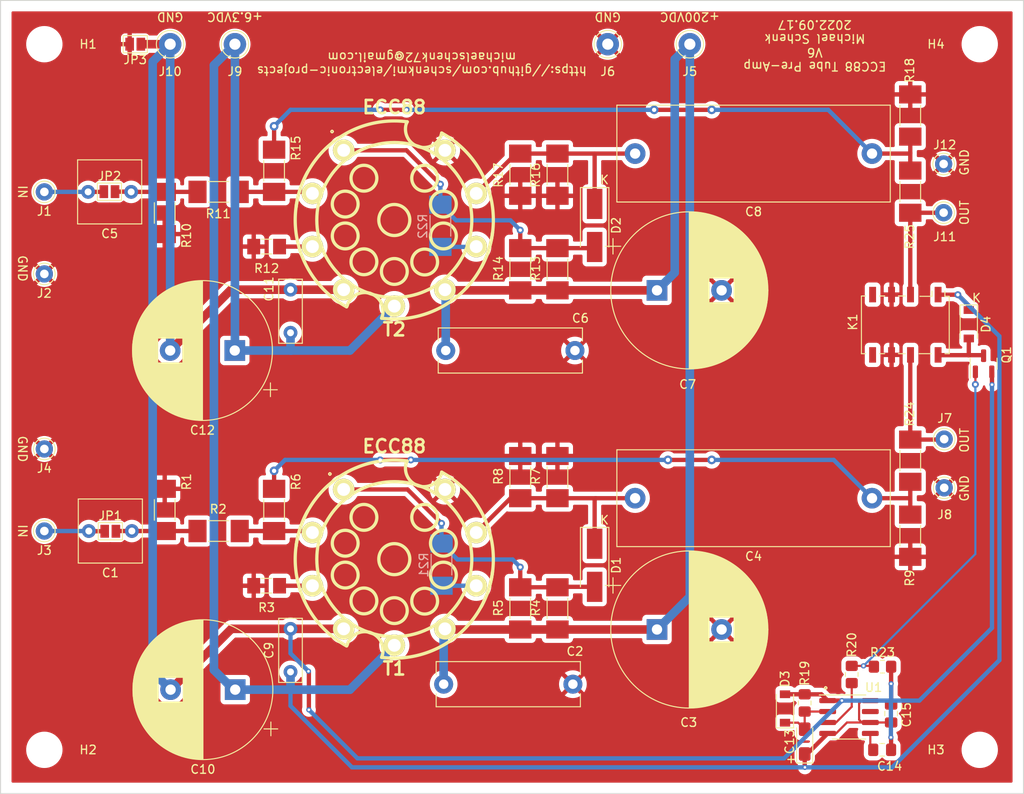
<source format=kicad_pcb>
(kicad_pcb (version 20211014) (generator pcbnew)
  (layers (0 "F.Cu" signal) (31 "B.Cu" signal) (34 "B.Paste" user) (35 "F.Paste" user) (36 "B.SilkS" user "B.Silkscreen") (37 "F.SilkS" user "F.Silkscreen") (38 "B.Mask" user) (39 "F.Mask" user) (44 "Edge.Cuts" user))
  (net 0 "")
  (net 1 "Net-(C1-Pad2)")
  (net 2 "Net-(C1-Pad1)")
  (net 3 "GND")
  (net 4 "VDDA")
  (net 5 "Net-(C4-Pad2)")
  (net 6 "Net-(C4-Pad1)")
  (net 7 "VDDF")
  (net 8 "Net-(R2-Pad1)")
  (net 9 "Net-(R3-Pad1)")
  (net 10 "Net-(C5-Pad2)")
  (net 11 "Net-(C5-Pad1)")
  (net 12 "Net-(C8-Pad2)")
  (net 13 "Net-(C8-Pad1)")
  (net 14 "Net-(R11-Pad1)")
  (net 15 "Net-(R12-Pad1)")
  (net 16 "Net-(D1-Pad2)")
  (net 17 "Net-(D2-Pad2)")
  (net 18 "Net-(R21-Pad2)")
  (net 19 "Net-(R22-Pad2)")
  (net 20 "Net-(C13-Pad2)")
  (net 21 "Net-(C14-Pad1)")
  (net 22 "Net-(D4-Pad2)")
  (net 23 "Net-(J11-Pad1)")
  (net 24 "Net-(Q1-Pad1)")
  (net 25 "Net-(R20-Pad2)")
  (net 26 "Net-(J7-Pad1)")
  (net 30 "FGND")
  (footprint "kicad-snk:TubeNoval-ECC88" (layer "F.Cu") (at 84.43976 135.9789 180)
    (fp_text reference "T1" (at 0 -12.7) (layer "F.SilkS") (effects (font (size 1.524 1.524) (thickness 0.3048))))
    (fp_text value "ECC88" (at 0 13.09878) (layer "F.SilkS") (effects (font (size 1.524 1.524) (thickness 0.3048))))
    (pad "1" thru_hole circle locked (at 5.87756 8.0899 180) (size 2.49936 2.49936) (drill 1.4986) (layers *.Cu *.Mask "F.SilkS") (net 16 "Net-(D1-Pad2)"))
    (pad "2" thru_hole circle locked (at 9.50976 3.0861 180) (size 2.49936 2.49936) (drill 1.4986) (layers *.Cu *.Mask "F.SilkS") (net 8 "Net-(R2-Pad1)"))
    (pad "3" thru_hole circle locked (at 9.50976 -3.0861 180) (size 2.49936 2.49936) (drill 1.4986) (layers *.Cu *.Mask "F.SilkS") (net 9 "Net-(R3-Pad1)"))
    (pad "4" thru_hole circle locked (at 5.87756 -8.0899 180) (size 2.49936 2.49936) (drill 1.4986) (layers *.Cu *.Mask "F.SilkS") (net 30 "FGND"))
    (pad "5" thru_hole circle locked (at 0 -9.99998 180) (size 2.49936 2.49936) (drill 1.4986) (layers *.Cu *.Mask "F.SilkS") (net 7 "VDDF"))
    (pad "6" thru_hole circle locked (at -5.87756 -8.0899 180) (size 2.49936 2.49936) (drill 1.4986) (layers *.Cu *.Mask "F.SilkS") (net 4 "VDDA"))
    (pad "7" thru_hole circle locked (at -9.50976 -3.0861 180) (size 2.49936 2.49936) (drill 1.4986) (layers *.Cu *.Mask "F.SilkS") (net 18 "Net-(R21-Pad2)"))
    (pad "8" thru_hole circle locked (at -9.50976 3.0861 180) (size 2.49936 2.49936) (drill 1.4986) (layers *.Cu *.Mask "F.SilkS") (net 5 "Net-(C4-Pad2)"))
    (pad "9" thru_hole circle locked (at -5.87756 8.0899 180) (size 2.49936 2.49936) (drill 1.4986) (layers *.Cu *.Mask "F.SilkS") (net 3 "GND"))
  )
  (footprint "Capacitor_THT:C_Rect_L7.2mm_W7.2mm_P5.00mm_FKS2_FKP2_MKS2_MKP2" (layer "F.Cu") (at 53.975 132.715 180)
    (fp_text reference "C1" (at 2.5 -4.85) (layer "F.SilkS"))
    (fp_text value "3.3uF")
    (pad "1" thru_hole circle (at 0 0 180) (size 1.6 1.6) (drill 0.8) (layers *.Cu *.Mask) (net 2 "Net-(C1-Pad1)"))
    (pad "2" thru_hole circle (at 5 0 180) (size 1.6 1.6) (drill 0.8) (layers *.Cu *.Mask) (net 1 "Net-(C1-Pad2)"))
  )
  (footprint "Capacitor_THT:C_Rect_L16.5mm_W5.0mm_P15.00mm_MKT" (layer "F.Cu") (at 90.17 150.495)
    (fp_text reference "C2" (at 15.24 -3.81) (layer "F.SilkS"))
    (fp_text value "100nF")
    (pad "1" thru_hole circle (at 0 0) (size 2.2 2.2) (drill 1.1) (layers *.Cu *.Mask) (net 4 "VDDA"))
    (pad "2" thru_hole circle (at 15 0) (size 2.2 2.2) (drill 1.1) (layers *.Cu *.Mask) (net 3 "GND"))
  )
  (footprint "Capacitor_THT:CP_Radial_D18.0mm_P7.50mm" (layer "F.Cu") (at 114.935 144.145)
    (fp_text reference "C3" (at 3.683 10.795) (layer "F.SilkS"))
    (fp_text value "100uF")
    (pad "1" thru_hole rect (at 0 0) (size 2.4 2.4) (drill 1.2) (layers *.Cu *.Mask) (net 4 "VDDA"))
    (pad "2" thru_hole circle (at 7.5 0) (size 2.4 2.4) (drill 1.2) (layers *.Cu *.Mask) (net 3 "GND"))
  )
  (footprint "Capacitor_THT:C_Rect_L31.5mm_W11.0mm_P27.50mm_MKS4" (layer "F.Cu") (at 139.895 128.905 180)
    (fp_text reference "C4" (at 13.75 -6.75) (layer "F.SilkS"))
    (fp_text value "2.2uF")
    (pad "1" thru_hole circle (at 0 0 180) (size 2.4 2.4) (drill 1.2) (layers *.Cu *.Mask) (net 6 "Net-(C4-Pad1)"))
    (pad "2" thru_hole circle (at 27.5 0 180) (size 2.4 2.4) (drill 1.2) (layers *.Cu *.Mask) (net 5 "Net-(C4-Pad2)"))
  )
  (footprint "MountingHole:MountingHole_3.2mm_M3" (layer "F.Cu") (at 43.815 76.2)
    (fp_text reference "H1" (at 5.08 0) (layer "F.SilkS"))
    (fp_text value "MountingHole")
    (pad "" np_thru_hole circle (at 0 0) (size 3.2 3.2) (drill 3.2) (layers *.Cu *.Mask))
  )
  (footprint "MountingHole:MountingHole_3.2mm_M3" (layer "F.Cu") (at 43.815 158.115)
    (fp_text reference "H2" (at 5.08 0) (layer "F.SilkS"))
    (fp_text value "MountingHole")
    (pad "" np_thru_hole circle (at 0 0) (size 3.2 3.2) (drill 3.2) (layers *.Cu *.Mask))
  )
  (footprint "MountingHole:MountingHole_3.2mm_M3" (layer "F.Cu") (at 152.4 158.115)
    (fp_text reference "H3" (at -5.08 0) (layer "F.SilkS"))
    (fp_text value "MountingHole")
    (pad "" np_thru_hole circle (at 0 0) (size 3.2 3.2) (drill 3.2) (layers *.Cu *.Mask))
  )
  (footprint "MountingHole:MountingHole_3.2mm_M3" (layer "F.Cu") (at 152.4 76.2)
    (fp_text reference "H4" (at -5.08 0) (layer "F.SilkS"))
    (fp_text value "MountingHole")
    (pad "" np_thru_hole circle (at 0 0) (size 3.2 3.2) (drill 3.2) (layers *.Cu *.Mask))
  )
  (footprint "Connector_Pin:Pin_D1.0mm_L10.0mm" (layer "F.Cu") (at 43.815 132.715)
    (fp_text reference "J3" (at 0 2.25) (layer "F.SilkS"))
    (fp_text value "Conn_01x01")
    (pad "1" thru_hole circle (at 0 0) (size 2 2) (drill 1) (layers *.Cu *.Mask) (net 1 "Net-(C1-Pad2)"))
  )
  (footprint "Connector_Pin:Pin_D1.0mm_L10.0mm" (layer "F.Cu") (at 43.815 123.19)
    (fp_text reference "J4" (at 0 2.25) (layer "F.SilkS"))
    (fp_text value "Conn_01x01")
    (pad "1" thru_hole circle (at 0 0) (size 2 2) (drill 1) (layers *.Cu *.Mask) (net 3 "GND"))
  )
  (footprint "Connector_Pin:Pin_D1.3mm_L11.0mm" (layer "F.Cu") (at 118.745 76.2)
    (fp_text reference "J5" (at 0 3.175) (layer "F.SilkS"))
    (fp_text value "Conn_01x01")
    (pad "1" thru_hole circle (at 0 0) (size 2.6 2.6) (drill 1.3) (layers *.Cu *.Mask) (net 4 "VDDA"))
  )
  (footprint "Connector_Pin:Pin_D1.3mm_L11.0mm" (layer "F.Cu") (at 109.22 76.2)
    (fp_text reference "J6" (at 0 3.175) (layer "F.SilkS"))
    (fp_text value "Conn_01x01")
    (pad "1" thru_hole circle (at 0 0) (size 2.6 2.6) (drill 1.3) (layers *.Cu *.Mask) (net 3 "GND"))
  )
  (footprint "Connector_Pin:Pin_D1.0mm_L10.0mm" (layer "F.Cu") (at 148.2725 127.6985)
    (fp_text reference "J8" (at 0.0635 3.1115) (layer "F.SilkS"))
    (fp_text value "Conn_01x01")
    (pad "1" thru_hole circle (at 0 0) (size 2 2) (drill 1) (layers *.Cu *.Mask) (net 3 "GND"))
  )
  (footprint "Resistor_SMD:R_MELF_MMB-0207" (layer "F.Cu") (at 57.785 130.265 90)
    (fp_text reference "R1" (at 3.265 2.54 90) (layer "F.SilkS"))
    (fp_text value "1Meg")
    (pad "1" smd rect (at -2.45 0 90) (size 2.1 2.6) (layers "F.Cu" "F.Paste" "F.Mask") (net 2 "Net-(C1-Pad1)"))
    (pad "2" smd rect (at 2.45 0 90) (size 2.1 2.6) (layers "F.Cu" "F.Paste" "F.Mask") (net 3 "GND"))
  )
  (footprint "Resistor_SMD:R_MELF_MMB-0207" (layer "F.Cu") (at 64.045 132.715 180)
    (fp_text reference "R2" (at 0.05 2.54) (layer "F.SilkS"))
    (fp_text value "47k")
    (pad "1" smd rect (at -2.45 0 180) (size 2.1 2.6) (layers "F.Cu" "F.Paste" "F.Mask") (net 8 "Net-(R2-Pad1)"))
    (pad "2" smd rect (at 2.45 0 180) (size 2.1 2.6) (layers "F.Cu" "F.Paste" "F.Mask") (net 2 "Net-(C1-Pad1)"))
  )
  (footprint "Resistor_SMD:R_MiniMELF_MMA-0204" (layer "F.Cu") (at 69.62 139.065 180)
    (fp_text reference "R3" (at 0 -2.54) (layer "F.SilkS"))
    (fp_text value "1.21k")
    (pad "1" smd rect (at -1.5 0 180) (size 1.5 1.8) (layers "F.Cu" "F.Paste" "F.Mask") (net 9 "Net-(R3-Pad1)"))
    (pad "2" smd rect (at 1.5 0 180) (size 1.5 1.8) (layers "F.Cu" "F.Paste" "F.Mask") (net 3 "GND"))
  )
  (footprint "Resistor_SMD:R_MELF_MMB-0207" (layer "F.Cu") (at 103.378 141.695 90)
    (fp_text reference "R4" (at 0.05 -2.54 90) (layer "F.SilkS"))
    (fp_text value "56k")
    (pad "1" smd rect (at -2.45 0 90) (size 2.1 2.6) (layers "F.Cu" "F.Paste" "F.Mask") (net 4 "VDDA"))
    (pad "2" smd rect (at 2.45 0 90) (size 2.1 2.6) (layers "F.Cu" "F.Paste" "F.Mask") (net 16 "Net-(D1-Pad2)"))
  )
  (footprint "Resistor_SMD:R_MELF_MMB-0207" (layer "F.Cu") (at 99.06 141.695 90)
    (fp_text reference "R5" (at 0.05 -2.54 90) (layer "F.SilkS"))
    (fp_text value "39k")
    (pad "1" smd rect (at -2.45 0 90) (size 2.1 2.6) (layers "F.Cu" "F.Paste" "F.Mask") (net 4 "VDDA"))
    (pad "2" smd rect (at 2.45 0 90) (size 2.1 2.6) (layers "F.Cu" "F.Paste" "F.Mask") (net 16 "Net-(D1-Pad2)"))
  )
  (footprint "Resistor_SMD:R_MELF_MMB-0207" (layer "F.Cu") (at 70.485 130.265 -90)
    (fp_text reference "R6" (at -3.265 -2.54 90) (layer "F.SilkS"))
    (fp_text value "100k")
    (pad "1" smd rect (at -2.45 0 270) (size 2.1 2.6) (layers "F.Cu" "F.Paste" "F.Mask") (net 6 "Net-(C4-Pad1)"))
    (pad "2" smd rect (at 2.45 0 270) (size 2.1 2.6) (layers "F.Cu" "F.Paste" "F.Mask") (net 8 "Net-(R2-Pad1)"))
  )
  (footprint "Resistor_SMD:R_MELF_MMB-0207" (layer "F.Cu") (at 103.378 126.455 90)
    (fp_text reference "R7" (at 0.09 -2.54 90) (layer "F.SilkS"))
    (fp_text value "56k")
    (pad "1" smd rect (at -2.45 0 90) (size 2.1 2.6) (layers "F.Cu" "F.Paste" "F.Mask") (net 5 "Net-(C4-Pad2)"))
    (pad "2" smd rect (at 2.45 0 90) (size 2.1 2.6) (layers "F.Cu" "F.Paste" "F.Mask") (net 3 "GND"))
  )
  (footprint "Resistor_SMD:R_MELF_MMB-0207" (layer "F.Cu") (at 99.06 126.455 90)
    (fp_text reference "R8" (at 0.09 -2.54 90) (layer "F.SilkS"))
    (fp_text value "39k")
    (pad "1" smd rect (at -2.45 0 90) (size 2.1 2.6) (layers "F.Cu" "F.Paste" "F.Mask") (net 5 "Net-(C4-Pad2)"))
    (pad "2" smd rect (at 2.45 0 90) (size 2.1 2.6) (layers "F.Cu" "F.Paste" "F.Mask") (net 3 "GND"))
  )
  (footprint "Resistor_SMD:R_MELF_MMB-0207" (layer "F.Cu") (at 144.3355 133.26 90)
    (fp_text reference "R9" (at -4.916 -0.0635 90) (layer "F.SilkS"))
    (fp_text value "1Meg")
    (pad "1" smd rect (at -2.45 0 90) (size 2.1 2.6) (layers "F.Cu" "F.Paste" "F.Mask") (net 3 "GND"))
    (pad "2" smd rect (at 2.45 0 90) (size 2.1 2.6) (layers "F.Cu" "F.Paste" "F.Mask") (net 6 "Net-(C4-Pad1)"))
  )
  (footprint "Capacitor_THT:C_Rect_L7.2mm_W7.2mm_P5.00mm_FKS2_FKP2_MKS2_MKP2" (layer "F.Cu") (at 53.895 93.345 180)
    (fp_text reference "C5" (at 2.5 -4.85) (layer "F.SilkS"))
    (fp_text value "3.3uF")
    (pad "1" thru_hole circle (at 0 0 180) (size 1.6 1.6) (drill 0.8) (layers *.Cu *.Mask) (net 11 "Net-(C5-Pad1)"))
    (pad "2" thru_hole circle (at 5 0 180) (size 1.6 1.6) (drill 0.8) (layers *.Cu *.Mask) (net 10 "Net-(C5-Pad2)"))
  )
  (footprint "Capacitor_THT:C_Rect_L16.5mm_W5.0mm_P15.00mm_MKT" (layer "F.Cu") (at 90.41 111.76)
    (fp_text reference "C6" (at 15.635 -3.75) (layer "F.SilkS"))
    (fp_text value "100nF")
    (pad "1" thru_hole circle (at 0 0) (size 2.2 2.2) (drill 1.1) (layers *.Cu *.Mask) (net 4 "VDDA"))
    (pad "2" thru_hole circle (at 15 0) (size 2.2 2.2) (drill 1.1) (layers *.Cu *.Mask) (net 3 "GND"))
  )
  (footprint "Capacitor_THT:CP_Radial_D18.0mm_P7.50mm" (layer "F.Cu") (at 114.935 104.775)
    (fp_text reference "C7" (at 3.556 10.922) (layer "F.SilkS"))
    (fp_text value "100uF")
    (pad "1" thru_hole rect (at 0 0) (size 2.4 2.4) (drill 1.2) (layers *.Cu *.Mask) (net 4 "VDDA"))
    (pad "2" thru_hole circle (at 7.5 0) (size 2.4 2.4) (drill 1.2) (layers *.Cu *.Mask) (net 3 "GND"))
  )
  (footprint "Capacitor_THT:C_Rect_L31.5mm_W11.0mm_P27.50mm_MKS4" (layer "F.Cu") (at 139.895 88.9 180)
    (fp_text reference "C8" (at 13.75 -6.75) (layer "F.SilkS"))
    (fp_text value "2.2uF")
    (pad "1" thru_hole circle (at 0 0 180) (size 2.4 2.4) (drill 1.2) (layers *.Cu *.Mask) (net 13 "Net-(C8-Pad1)"))
    (pad "2" thru_hole circle (at 27.5 0 180) (size 2.4 2.4) (drill 1.2) (layers *.Cu *.Mask) (net 12 "Net-(C8-Pad2)"))
  )
  (footprint "Connector_Pin:Pin_D1.0mm_L10.0mm" (layer "F.Cu") (at 43.815 93.345)
    (fp_text reference "J1" (at 0 2.25) (layer "F.SilkS"))
    (fp_text value "Conn_01x01")
    (pad "1" thru_hole circle (at 0 0) (size 2 2) (drill 1) (layers *.Cu *.Mask) (net 10 "Net-(C5-Pad2)"))
  )
  (footprint "Connector_Pin:Pin_D1.0mm_L10.0mm" (layer "F.Cu") (at 43.815 102.87)
    (fp_text reference "J2" (at 0 2.25) (layer "F.SilkS"))
    (fp_text value "Conn_01x01")
    (pad "1" thru_hole circle (at 0 0) (size 2 2) (drill 1) (layers *.Cu *.Mask) (net 3 "GND"))
  )
  (footprint "Connector_Pin:Pin_D1.3mm_L11.0mm" (layer "F.Cu") (at 65.9384 76.2)
    (fp_text reference "J9" (at 0 3.175) (layer "F.SilkS"))
    (fp_text value "Conn_01x01")
    (pad "1" thru_hole circle (at 0 0) (size 2.6 2.6) (drill 1.3) (layers *.Cu *.Mask) (net 7 "VDDF"))
  )
  (footprint "Connector_Pin:Pin_D1.3mm_L11.0mm" (layer "F.Cu") (at 58.42 76.2)
    (fp_text reference "J10" (at 0 3.175) (layer "F.SilkS"))
    (fp_text value "Conn_01x01")
    (pad "1" thru_hole circle (at 0 0) (size 2.6 2.6) (drill 1.3) (layers *.Cu *.Mask) (net 30 "FGND"))
  )
  (footprint "Connector_Pin:Pin_D1.0mm_L10.0mm" (layer "F.Cu") (at 148.209 95.758)
    (fp_text reference "J11" (at 0.127 2.794) (layer "F.SilkS"))
    (fp_text value "Conn_01x01")
    (pad "1" thru_hole circle (at 0 0) (size 2 2) (drill 1) (layers *.Cu *.Mask) (net 23 "Net-(J11-Pad1)"))
  )
  (footprint "Connector_Pin:Pin_D1.0mm_L10.0mm" (layer "F.Cu") (at 148.209 90.1065)
    (fp_text reference "J12" (at 0.127 -2.2225) (layer "F.SilkS"))
    (fp_text value "Conn_01x01")
    (pad "1" thru_hole circle (at 0 0) (size 2 2) (drill 1) (layers *.Cu *.Mask) (net 3 "GND"))
  )
  (footprint "Resistor_SMD:R_MELF_MMB-0207" (layer "F.Cu") (at 57.785 95.795 -90)
    (fp_text reference "R10" (at 2.63 -2.54 90) (layer "F.SilkS"))
    (fp_text value "1Meg")
    (pad "1" smd rect (at -2.45 0 270) (size 2.1 2.6) (layers "F.Cu" "F.Paste" "F.Mask") (net 11 "Net-(C5-Pad1)"))
    (pad "2" smd rect (at 2.45 0 270) (size 2.1 2.6) (layers "F.Cu" "F.Paste" "F.Mask") (net 3 "GND"))
  )
  (footprint "Resistor_SMD:R_MELF_MMB-0207" (layer "F.Cu") (at 64.045 93.345 180)
    (fp_text reference "R11" (at 0.05 -2.54) (layer "F.SilkS"))
    (fp_text value "47k")
    (pad "1" smd rect (at -2.45 0 180) (size 2.1 2.6) (layers "F.Cu" "F.Paste" "F.Mask") (net 14 "Net-(R11-Pad1)"))
    (pad "2" smd rect (at 2.45 0 180) (size 2.1 2.6) (layers "F.Cu" "F.Paste" "F.Mask") (net 11 "Net-(C5-Pad1)"))
  )
  (footprint "Resistor_SMD:R_MiniMELF_MMA-0204" (layer "F.Cu") (at 69.62 99.695 180)
    (fp_text reference "R12" (at 0 -2.54) (layer "F.SilkS"))
    (fp_text value "1.21k")
    (pad "1" smd rect (at -1.5 0 180) (size 1.5 1.8) (layers "F.Cu" "F.Paste" "F.Mask") (net 15 "Net-(R12-Pad1)"))
    (pad "2" smd rect (at 1.5 0 180) (size 1.5 1.8) (layers "F.Cu" "F.Paste" "F.Mask") (net 3 "GND"))
  )
  (footprint "Resistor_SMD:R_MELF_MMB-0207" (layer "F.Cu") (at 103.378 102.325 90)
    (fp_text reference "R13" (at 0.09 -2.54 90) (layer "F.SilkS"))
    (fp_text value "56k")
    (pad "1" smd rect (at -2.45 0 90) (size 2.1 2.6) (layers "F.Cu" "F.Paste" "F.Mask") (net 4 "VDDA"))
    (pad "2" smd rect (at 2.45 0 90) (size 2.1 2.6) (layers "F.Cu" "F.Paste" "F.Mask") (net 17 "Net-(D2-Pad2)"))
  )
  (footprint "Resistor_SMD:R_MELF_MMB-0207" (layer "F.Cu") (at 99.06 102.325 90)
    (fp_text reference "R14" (at 0.09 -2.54 90) (layer "F.SilkS"))
    (fp_text value "39k")
    (pad "1" smd rect (at -2.45 0 90) (size 2.1 2.6) (layers "F.Cu" "F.Paste" "F.Mask") (net 4 "VDDA"))
    (pad "2" smd rect (at 2.45 0 90) (size 2.1 2.6) (layers "F.Cu" "F.Paste" "F.Mask") (net 17 "Net-(D2-Pad2)"))
  )
  (footprint "Resistor_SMD:R_MELF_MMB-0207" (layer "F.Cu") (at 70.485 90.895 -90)
    (fp_text reference "R15" (at -2.63 -2.54 90) (layer "F.SilkS"))
    (fp_text value "100k")
    (pad "1" smd rect (at -2.45 0 270) (size 2.1 2.6) (layers "F.Cu" "F.Paste" "F.Mask") (net 13 "Net-(C8-Pad1)"))
    (pad "2" smd rect (at 2.45 0 270) (size 2.1 2.6) (layers "F.Cu" "F.Paste" "F.Mask") (net 14 "Net-(R11-Pad1)"))
  )
  (footprint "Resistor_SMD:R_MELF_MMB-0207" (layer "F.Cu") (at 103.378 91.35 -90)
    (fp_text reference "R16" (at 0.05 2.54 90) (layer "F.SilkS"))
    (fp_text value "56k")
    (pad "1" smd rect (at -2.45 0 270) (size 2.1 2.6) (layers "F.Cu" "F.Paste" "F.Mask") (net 12 "Net-(C8-Pad2)"))
    (pad "2" smd rect (at 2.45 0 270) (size 2.1 2.6) (layers "F.Cu" "F.Paste" "F.Mask") (net 3 "GND"))
  )
  (footprint "Resistor_SMD:R_MELF_MMB-0207" (layer "F.Cu") (at 99.06 91.35 -90)
    (fp_text reference "R17" (at 0.05 2.54 90) (layer "F.SilkS"))
    (fp_text value "39k")
    (pad "1" smd rect (at -2.45 0 270) (size 2.1 2.6) (layers "F.Cu" "F.Paste" "F.Mask") (net 12 "Net-(C8-Pad2)"))
    (pad "2" smd rect (at 2.45 0 270) (size 2.1 2.6) (layers "F.Cu" "F.Paste" "F.Mask") (net 3 "GND"))
  )
  (footprint "Resistor_SMD:R_MELF_MMB-0207" (layer "F.Cu") (at 144.3355 84.4815 90)
    (fp_text reference "R18" (at 5.2335 -0.0635 90) (layer "F.SilkS"))
    (fp_text value "1Meg")
    (pad "1" smd rect (at -2.45 0 90) (size 2.1 2.6) (layers "F.Cu" "F.Paste" "F.Mask") (net 13 "Net-(C8-Pad1)"))
    (pad "2" smd rect (at 2.45 0 90) (size 2.1 2.6) (layers "F.Cu" "F.Paste" "F.Mask") (net 3 "GND"))
  )
  (footprint "kicad-snk:TubeNoval-ECC88" (layer "F.Cu") (at 84.43976 96.6089 180)
    (fp_text reference "T2" (at 0 -12.7) (layer "F.SilkS") (effects (font (size 1.524 1.524) (thickness 0.3048))))
    (fp_text value "ECC88" (at 0 13.09878) (layer "F.SilkS") (effects (font (size 1.524 1.524) (thickness 0.3048))))
    (pad "1" thru_hole circle locked (at 5.87756 8.0899 180) (size 2.49936 2.49936) (drill 1.4986) (layers *.Cu *.Mask "F.SilkS") (net 17 "Net-(D2-Pad2)"))
    (pad "2" thru_hole circle locked (at 9.50976 3.0861 180) (size 2.49936 2.49936) (drill 1.4986) (layers *.Cu *.Mask "F.SilkS") (net 14 "Net-(R11-Pad1)"))
    (pad "3" thru_hole circle locked (at 9.50976 -3.0861 180) (size 2.49936 2.49936) (drill 1.4986) (layers *.Cu *.Mask "F.SilkS") (net 15 "Net-(R12-Pad1)"))
    (pad "4" thru_hole circle locked (at 5.87756 -8.0899 180) (size 2.49936 2.49936) (drill 1.4986) (layers *.Cu *.Mask "F.SilkS") (net 30 "FGND"))
    (pad "5" thru_hole circle locked (at 0 -9.99998 180) (size 2.49936 2.49936) (drill 1.4986) (layers *.Cu *.Mask "F.SilkS") (net 7 "VDDF"))
    (pad "6" thru_hole circle locked (at -5.87756 -8.0899 180) (size 2.49936 2.49936) (drill 1.4986) (layers *.Cu *.Mask "F.SilkS") (net 4 "VDDA"))
    (pad "7" thru_hole circle locked (at -9.50976 -3.0861 180) (size 2.49936 2.49936) (drill 1.4986) (layers *.Cu *.Mask "F.SilkS") (net 19 "Net-(R22-Pad2)"))
    (pad "8" thru_hole circle locked (at -9.50976 3.0861 180) (size 2.49936 2.49936) (drill 1.4986) (layers *.Cu *.Mask "F.SilkS") (net 12 "Net-(C8-Pad2)"))
    (pad "9" thru_hole circle locked (at -5.87756 8.0899 180) (size 2.49936 2.49936) (drill 1.4986) (layers *.Cu *.Mask "F.SilkS") (net 3 "GND"))
  )
  (footprint "Capacitor_THT:C_Rect_L7.2mm_W2.5mm_P5.00mm_FKS2_FKP2_MKS2_MKP2" (layer "F.Cu") (at 72.39 149.0688 90)
    (fp_text reference "C9" (at 2.5 -2.5 90) (layer "F.SilkS"))
    (fp_text value "100nF")
    (pad "1" thru_hole circle (at 0 0 90) (size 1.6 1.6) (drill 0.8) (layers *.Cu *.Mask) (net 7 "VDDF"))
    (pad "2" thru_hole circle (at 5 0 90) (size 1.6 1.6) (drill 0.8) (layers *.Cu *.Mask) (net 30 "FGND"))
  )
  (footprint "Capacitor_THT:CP_Radial_D16.0mm_P7.50mm" (layer "F.Cu") (at 65.9708 151.13 180)
    (fp_text reference "C10" (at 3.75 -9.25) (layer "F.SilkS"))
    (fp_text value "2200uF")
    (pad "1" thru_hole rect (at 0 0 180) (size 2.4 2.4) (drill 1.2) (layers *.Cu *.Mask) (net 7 "VDDF"))
    (pad "2" thru_hole circle (at 7.5 0 180) (size 2.4 2.4) (drill 1.2) (layers *.Cu *.Mask) (net 30 "FGND"))
  )
  (footprint "Capacitor_THT:C_Rect_L7.2mm_W2.5mm_P5.00mm_FKS2_FKP2_MKS2_MKP2" (layer "F.Cu") (at 72.39 109.6988 90)
    (fp_text reference "C11" (at 5.08 -2.5 90) (layer "F.SilkS"))
    (fp_text value "100nF")
    (pad "1" thru_hole circle (at 0 0 90) (size 1.6 1.6) (drill 0.8) (layers *.Cu *.Mask) (net 7 "VDDF"))
    (pad "2" thru_hole circle (at 5 0 90) (size 1.6 1.6) (drill 0.8) (layers *.Cu *.Mask) (net 30 "FGND"))
  )
  (footprint "Capacitor_THT:CP_Radial_D16.0mm_P7.50mm" (layer "F.Cu") (at 65.92 111.76 180)
    (fp_text reference "C12" (at 3.75 -9.25) (layer "F.SilkS"))
    (fp_text value "2200uF")
    (pad "1" thru_hole rect (at 0 0 180) (size 2.4 2.4) (drill 1.2) (layers *.Cu *.Mask) (net 7 "VDDF"))
    (pad "2" thru_hole circle (at 7.5 0 180) (size 2.4 2.4) (drill 1.2) (layers *.Cu *.Mask) (net 30 "FGND"))
  )
  (footprint "Diode_SMD:D_SMA_Handsoldering" (layer "F.Cu") (at 107.696 136.692 -90)
    (fp_text reference "D1" (at 0 -2.5 90) (layer "F.SilkS"))
    (fp_text value "1N4007")
    (pad "1" smd rect (at -2.5 0 270) (size 3.5 1.8) (layers "F.Cu" "F.Paste" "F.Mask") (net 5 "Net-(C4-Pad2)"))
    (pad "2" smd rect (at 2.5 0 270) (size 3.5 1.8) (layers "F.Cu" "F.Paste" "F.Mask") (net 16 "Net-(D1-Pad2)"))
  )
  (footprint "Diode_SMD:D_SMA_Handsoldering" (layer "F.Cu") (at 107.696 97.242 -90)
    (fp_text reference "D2" (at 0 -2.5 90) (layer "F.SilkS"))
    (fp_text value "1N4007")
    (pad "1" smd rect (at -2.5 0 270) (size 3.5 1.8) (layers "F.Cu" "F.Paste" "F.Mask") (net 12 "Net-(C8-Pad2)"))
    (pad "2" smd rect (at 2.5 0 270) (size 3.5 1.8) (layers "F.Cu" "F.Paste" "F.Mask") (net 17 "Net-(D2-Pad2)"))
  )
  (footprint "Relay_SMD:Relay_DPDT_Omron_G6K-2F-Y" (layer "F.Cu") (at 143.764 108.768 -90)
    (fp_text reference "K1" (at -0.31 6.096 90) (layer "F.SilkS"))
    (fp_text value "G6K-2")
    (pad "1" smd rect (at -3.5 -3.8 270) (size 1.8 0.8) (layers "F.Cu" "F.Paste" "F.Mask") (net 7 "VDDF"))
    (pad "2" smd rect (at -3.5 -0.6 270) (size 1.8 0.8) (layers "F.Cu" "F.Paste" "F.Mask") (net 23 "Net-(J11-Pad1)"))
    (pad "3" smd rect (at -3.5 1.6 270) (size 1.8 0.8) (layers "F.Cu" "F.Paste" "F.Mask") (net 3 "GND"))
    (pad "4" smd rect (at -3.5 3.8 270) (size 1.8 0.8) (layers "F.Cu" "F.Paste" "F.Mask"))
    (pad "5" smd rect (at 3.5 3.8 270) (size 1.8 0.8) (layers "F.Cu" "F.Paste" "F.Mask"))
    (pad "6" smd rect (at 3.5 1.6 270) (size 1.8 0.8) (layers "F.Cu" "F.Paste" "F.Mask") (net 3 "GND"))
    (pad "7" smd rect (at 3.5 -0.6 270) (size 1.8 0.8) (layers "F.Cu" "F.Paste" "F.Mask") (net 26 "Net-(J7-Pad1)"))
    (pad "8" smd rect (at 3.5 -3.8 270) (size 1.8 0.8) (layers "F.Cu" "F.Paste" "F.Mask") (net 22 "Net-(D4-Pad2)"))
  )
  (footprint "Capacitor_Tantalum_SMD:CP_EIA-3216-12_Kemet-S_Pad1.58x1.35mm_HandSolder" (layer "F.Cu") (at 132.08 157.1601 90)
    (fp_text reference "C13" (at 0 -1.75 90) (layer "F.SilkS"))
    (fp_text value "15uF/25V")
    (pad "1" smd roundrect (at -1.4375 0 90) (size 1.575 1.35) (layers "F.Cu" "F.Paste" "F.Mask") (roundrect_rratio 0.1851851852) (net 7 "VDDF"))
    (pad "2" smd roundrect (at 1.4375 0 90) (size 1.575 1.35) (layers "F.Cu" "F.Paste" "F.Mask") (roundrect_rratio 0.1851851852) (net 20 "Net-(C13-Pad2)"))
  )
  (footprint "Capacitor_SMD:C_0805_2012Metric_Pad1.18x1.45mm_HandSolder" (layer "F.Cu") (at 141.0716 158.115)
    (fp_text reference "C14" (at 0.8675 1.905) (layer "F.SilkS"))
    (fp_text value "100nF/50V")
    (pad "1" smd roundrect (at -1.0375 0) (size 1.175 1.45) (layers "F.Cu" "F.Paste" "F.Mask") (roundrect_rratio 0.2127659574) (net 21 "Net-(C14-Pad1)"))
    (pad "2" smd roundrect (at 1.0375 0) (size 1.175 1.45) (layers "F.Cu" "F.Paste" "F.Mask") (roundrect_rratio 0.2127659574) (net 30 "FGND"))
  )
  (footprint "Capacitor_SMD:C_0805_2012Metric_Pad1.18x1.45mm_HandSolder" (layer "F.Cu") (at 142.113 153.9025 90)
    (fp_text reference "C15" (at -0.1485 1.778 90) (layer "F.SilkS"))
    (fp_text value "100nF/50V")
    (pad "1" smd roundrect (at -1.0375 0 90) (size 1.175 1.45) (layers "F.Cu" "F.Paste" "F.Mask") (roundrect_rratio 0.2127659574) (net 7 "VDDF"))
    (pad "2" smd roundrect (at 1.0375 0 90) (size 1.175 1.45) (layers "F.Cu" "F.Paste" "F.Mask") (roundrect_rratio 0.2127659574) (net 30 "FGND"))
  )
  (footprint "Diode_SMD:D_SOD-123" (layer "F.Cu") (at 129.794 153.3144 90)
    (fp_text reference "D3" (at 3.429 0 90) (layer "F.SilkS"))
    (fp_text value "1N4148W")
    (pad "1" smd rect (at -1.65 0 90) (size 0.9 1.2) (layers "F.Cu" "F.Paste" "F.Mask") (net 20 "Net-(C13-Pad2)"))
    (pad "2" smd rect (at 1.65 0 90) (size 0.9 1.2) (layers "F.Cu" "F.Paste" "F.Mask") (net 30 "FGND"))
  )
  (footprint "Diode_SMD:D_SOD-123" (layer "F.Cu") (at 151.13 108.712 -90)
    (fp_text reference "D4" (at 0 -2 90) (layer "F.SilkS"))
    (fp_text value "1N4148W")
    (pad "1" smd rect (at -1.65 0 270) (size 0.9 1.2) (layers "F.Cu" "F.Paste" "F.Mask") (net 7 "VDDF"))
    (pad "2" smd rect (at 1.65 0 270) (size 0.9 1.2) (layers "F.Cu" "F.Paste" "F.Mask") (net 22 "Net-(D4-Pad2)"))
  )
  (footprint "Package_TO_SOT_SMD:SOT-23" (layer "F.Cu") (at 152.847 113.3 90)
    (fp_text reference "Q1" (at 1.032 2.667 90) (layer "F.SilkS"))
    (fp_text value "MMBT3904")
    (pad "1" smd roundrect (at -0.9375 -0.95 90) (size 1.475 0.6) (layers "F.Cu" "F.Paste" "F.Mask") (net 24 "Net-(Q1-Pad1)"))
    (pad "2" smd roundrect (at -0.9375 0.95 90) (size 1.475 0.6) (layers "F.Cu" "F.Paste" "F.Mask") (net 30 "FGND"))
    (pad "3" smd roundrect (at 0.9375 0 90) (size 1.475 0.6) (layers "F.Cu" "F.Paste" "F.Mask") (net 22 "Net-(D4-Pad2)"))
  )
  (footprint "Resistor_SMD:R_0805_2012Metric_Pad1.20x1.40mm_HandSolder" (layer "F.Cu") (at 132.08 152.67 90)
    (fp_text reference "R19" (at 3.445 0 90) (layer "F.SilkS"))
    (fp_text value "2Meg")
    (pad "1" smd roundrect (at -1 0 90) (size 1.2 1.4) (layers "F.Cu" "F.Paste" "F.Mask") (roundrect_rratio 0.2083333333) (net 20 "Net-(C13-Pad2)"))
    (pad "2" smd roundrect (at 1 0 90) (size 1.2 1.4) (layers "F.Cu" "F.Paste" "F.Mask") (roundrect_rratio 0.2083333333) (net 30 "FGND"))
  )
  (footprint "Resistor_SMD:R_0805_2012Metric_Pad1.20x1.40mm_HandSolder" (layer "F.Cu") (at 137.541 149.368 -90)
    (fp_text reference "R20" (at -3.445 0 90) (layer "F.SilkS"))
    (fp_text value "2.49k")
    (pad "1" smd roundrect (at -1 0 270) (size 1.2 1.4) (layers "F.Cu" "F.Paste" "F.Mask") (roundrect_rratio 0.2083333333) (net 24 "Net-(Q1-Pad1)"))
    (pad "2" smd roundrect (at 1 0 270) (size 1.2 1.4) (layers "F.Cu" "F.Paste" "F.Mask") (roundrect_rratio 0.2083333333) (net 25 "Net-(R20-Pad2)"))
  )
  (footprint "Resistor_SMD:R_0805_2012Metric_Pad1.20x1.40mm_HandSolder" (layer "F.Cu") (at 141.113 148.463)
    (fp_text reference "R23" (at 0 -1.65) (layer "F.SilkS"))
    (fp_text value "2.49k")
    (pad "1" smd roundrect (at -1 0) (size 1.2 1.4) (layers "F.Cu" "F.Paste" "F.Mask") (roundrect_rratio 0.2083333333) (net 24 "Net-(Q1-Pad1)"))
    (pad "2" smd roundrect (at 1 0) (size 1.2 1.4) (layers "F.Cu" "F.Paste" "F.Mask") (roundrect_rratio 0.2083333333) (net 30 "FGND"))
  )
  (footprint "Package_SO:SOIC-8_3.9x4.9mm_P1.27mm" (layer "F.Cu") (at 137.222 154.305)
    (fp_text reference "U1" (at 2.859 -3.429) (layer "F.SilkS"))
    (fp_text value "TLC555xD")
    (pad "1" smd roundrect (at -2.475 -1.905) (size 1.95 0.6) (layers "F.Cu" "F.Paste" "F.Mask") (net 30 "FGND"))
    (pad "2" smd roundrect (at -2.475 -0.635) (size 1.95 0.6) (layers "F.Cu" "F.Paste" "F.Mask") (net 20 "Net-(C13-Pad2)"))
    (pad "3" smd roundrect (at -2.475 0.635) (size 1.95 0.6) (layers "F.Cu" "F.Paste" "F.Mask") (net 25 "Net-(R20-Pad2)"))
    (pad "4" smd roundrect (at -2.475 1.905) (size 1.95 0.6) (layers "F.Cu" "F.Paste" "F.Mask") (net 7 "VDDF"))
    (pad "5" smd roundrect (at 2.475 1.905) (size 1.95 0.6) (layers "F.Cu" "F.Paste" "F.Mask") (net 21 "Net-(C14-Pad1)"))
    (pad "6" smd roundrect (at 2.475 0.635) (size 1.95 0.6) (layers "F.Cu" "F.Paste" "F.Mask") (net 7 "VDDF"))
    (pad "7" smd roundrect (at 2.475 -0.635) (size 1.95 0.6) (layers "F.Cu" "F.Paste" "F.Mask"))
    (pad "8" smd roundrect (at 2.475 -1.905) (size 1.95 0.6) (layers "F.Cu" "F.Paste" "F.Mask") (net 7 "VDDF"))
  )
  (footprint "Resistor_SMD:R_MELF_MMB-0207" (layer "F.Cu") (at 144.3355 124.55 -90)
    (fp_text reference "R24" (at -5.424 0.0635 90) (layer "F.SilkS"))
    (fp_text value "470R")
    (pad "1" smd rect (at -2.45 0 270) (size 2.1 2.6) (layers "F.Cu" "F.Paste" "F.Mask") (net 26 "Net-(J7-Pad1)"))
    (pad "2" smd rect (at 2.45 0 270) (size 2.1 2.6) (layers "F.Cu" "F.Paste" "F.Mask") (net 6 "Net-(C4-Pad1)"))
  )
  (footprint "Resistor_SMD:R_MELF_MMB-0207" (layer "F.Cu") (at 144.3355 93.3185 90)
    (fp_text reference "R25" (at -5.2335 -0.0635 90) (layer "F.SilkS"))
    (fp_text value "470R")
    (pad "1" smd rect (at -2.45 0 90) (size 2.1 2.6) (layers "F.Cu" "F.Paste" "F.Mask") (net 23 "Net-(J11-Pad1)"))
    (pad "2" smd rect (at 2.45 0 90) (size 2.1 2.6) (layers "F.Cu" "F.Paste" "F.Mask") (net 13 "Net-(C8-Pad1)"))
  )
  (footprint "Connector_Pin:Pin_D1.0mm_L10.0mm" (layer "F.Cu") (at 148.2725 122.047)
    (fp_text reference "J7" (at 0.0635 -2.413) (layer "F.SilkS"))
    (fp_text value "Conn_01x01")
    (pad "1" thru_hole circle (at 0 0) (size 2 2) (drill 1) (layers *.Cu *.Mask) (net 26 "Net-(J7-Pad1)"))
  )
  (footprint "Jumper:SolderJumper-2_P1.3mm_Open_Pad1.0x1.5mm" (layer "F.Cu") (at 51.3692 93.3196)
    (fp_text reference "JP2" (at 0 -1.8) (layer "F.SilkS"))
    (fp_text value "SolderJumper_2_Open")
    (pad "1" smd rect (at -0.65 0) (size 1 1.5) (layers "F.Cu" "F.Mask") (net 10 "Net-(C5-Pad2)"))
    (pad "2" smd rect (at 0.65 0) (size 1 1.5) (layers "F.Cu" "F.Mask") (net 11 "Net-(C5-Pad1)"))
  )
  (footprint "Jumper:SolderJumper-2_P1.3mm_Open_Pad1.0x1.5mm" (layer "F.Cu") (at 51.4708 132.7404)
    (fp_text reference "JP1" (at 0 -1.8) (layer "F.SilkS"))
    (fp_text value "SolderJumper_2_Open")
    (pad "1" smd rect (at -0.65 0) (size 1 1.5) (layers "F.Cu" "F.Mask") (net 1 "Net-(C1-Pad2)"))
    (pad "2" smd rect (at 0.65 0) (size 1 1.5) (layers "F.Cu" "F.Mask") (net 2 "Net-(C1-Pad1)"))
  )
  (footprint "Jumper:SolderJumper-2_P1.3mm_Open_Pad1.0x1.5mm" (layer "F.Cu") (at 54.3664 76.2 180)
    (fp_text reference "JP3" (at 0 -1.8) (layer "F.SilkS"))
    (fp_text value "SolderJumper_2_Open")
    (pad "1" smd rect (at -0.65 0 180) (size 1 1.5) (layers "F.Cu" "F.Mask") (net 30 "FGND"))
    (pad "2" smd rect (at 0.65 0 180) (size 1 1.5) (layers "F.Cu" "F.Mask") (net 3 "GND"))
  )
  (footprint "Resistor_SMD:R_MELF_MMB-0207" (layer "B.Cu") (at 89.789 97.282 -90)
    (fp_text reference "R22" (at 0.05 2.05 -90) (layer "B.SilkS") (effects (justify mirror)))
    (fp_text value "100R")
    (pad "1" smd rect (at -2.45 0 270) (size 2.1 2.6) (layers "B.Cu" "B.Paste" "B.Mask") (net 17 "Net-(D2-Pad2)"))
    (pad "2" smd rect (at 2.45 0 270) (size 2.1 2.6) (layers "B.Cu" "B.Paste" "B.Mask") (net 19 "Net-(R22-Pad2)"))
  )
  (footprint "Resistor_SMD:R_MELF_MMB-0207" (layer "B.Cu") (at 89.916 136.615 -90)
    (fp_text reference "R21" (at 0.05 2.05 90) (layer "B.SilkS") (effects (justify mirror)))
    (fp_text value "100R")
    (pad "1" smd rect (at -2.45 0 270) (size 2.1 2.6) (layers "B.Cu" "B.Paste" "B.Mask") (net 16 "Net-(D1-Pad2)"))
    (pad "2" smd rect (at 2.45 0 270) (size 2.1 2.6) (layers "B.Cu" "B.Paste" "B.Mask") (net 18 "Net-(R21-Pad2)"))
  )
  (gr_line (start 157.48 71.12) (end 157.48 163.195) (layer "Edge.Cuts") (width 0.1))
  (gr_line (start 38.735 71.12) (end 157.48 71.12) (layer "Edge.Cuts") (width 0.1))
  (gr_line (start 38.735 163.195) (end 38.735 71.12) (layer "Edge.Cuts") (width 0.1))
  (gr_line (start 157.48 163.195) (end 38.735 163.195) (layer "Edge.Cuts") (width 0.1))
  (gr_text "IN" (at 41.275 132.715 270) (layer "F.SilkS") (effects (font (size 1 1))))
  (gr_text "GND" (at 41.275 123.19 270) (layer "F.SilkS") (effects (font (size 1 1))))
  (gr_text "GND" (at 41.275 102.235 270) (layer "F.SilkS") (effects (font (size 1 1))))
  (gr_text "GND" (at 150.622 89.916 90) (layer "F.SilkS") (effects (font (size 1 1))))
  (gr_text "GND" (at 150.622 127.762 90) (layer "F.SilkS") (effects (font (size 1 1))))
  (gr_text "OUT" (at 150.622 122.174 90) (layer "F.SilkS") (effects (font (size 1 1))))
  (gr_text "OUT" (at 150.622 95.758 90) (layer "F.SilkS") (effects (font (size 1 1))))
  (gr_text "+200VDC" (at 118.745 73.025 180) (layer "F.SilkS") (effects (font (size 1 1))))
  (gr_text "+6.3VDC" (at 65.9384 73.025 180) (layer "F.SilkS") (effects (font (size 1 1))))
  (gr_text "GND" (at 109.22 73.025 180) (layer "F.SilkS") (effects (font (size 1 1))))
  (gr_text "GND" (at 58.42 73.025 180) (layer "F.SilkS") (effects (font (size 1 1))))
  (gr_text "K" (at 108.839 131.445) (layer "F.SilkS") (effects (font (size 1 1))))
  (gr_text "K" (at 152.019 105.664) (layer "F.SilkS") (effects (font (size 1 1))))
  (gr_text "°" (at 76.962 126.492) (layer "F.SilkS") (effects (font (size 1 1))))
  (gr_text "°" (at 77.216 86.741) (layer "F.SilkS") (effects (font (size 1 1))))
  (gr_text "IN" (at 41.275 93.345 270) (layer "F.SilkS") (effects (font (size 1 1))))
  (gr_text "ECC88 Tube Pre-Amp\nV6\nMichael Schenk\n2022.09.17" (at 133.2484 76.3524 180) (layer "F.SilkS") (effects (font (size 1 1))))
  (gr_text "https://github.com/schenkmi/electronic-projects\nmichaelschenk72@gmail.com" (at 87.63 78.486 180) (layer "F.SilkS") (effects (font (size 1 1))))
  (gr_text "+" (at 130.5052 159.1564) (layer "F.SilkS") (effects (font (size 1 1))))
  (gr_text "K" (at 108.839 91.948) (layer "F.SilkS") (effects (font (size 1 1))))
  (gr_text "°" (at 134.5184 151.3332) (layer "F.SilkS") (effects (font (size 1 1))))
  (segment (start 50.8208 132.7404) (end 49.0004 132.7404) (width 0.5) (layer "F.Cu") (net 1))
  (segment (start 43.815 132.715) (end 48.975 132.715) (width 0.5) (layer "B.Cu") (net 1))
  (segment (start 53.975 132.715) (end 52.1462 132.715) (width 0.5) (layer "F.Cu") (net 2))
  (segment (start 53.975 132.715) (end 57.785 132.715) (width 0.5) (layer "F.Cu") (net 2))
  (segment (start 57.785 132.715) (end 61.595 132.715) (width 0.5) (layer "F.Cu") (net 2))
  (segment (start 103.378 144.145) (end 114.935 144.145) (width 1) (layer "F.Cu") (net 4))
  (segment (start 103.378 104.775) (end 114.935 104.775) (width 1) (layer "F.Cu") (net 4))
  (segment (start 103.378 104.775) (end 99.06 104.775) (width 1) (layer "F.Cu") (net 4))
  (segment (start 103.378 144.145) (end 99.06 144.145) (width 1) (layer "F.Cu") (net 4))
  (segment (start 99.06 144.145) (end 90.39352 144.145) (width 1) (layer "F.Cu") (net 4))
  (segment (start 99.06 104.775) (end 90.39352 104.775) (width 1) (layer "F.Cu") (net 4))
  (segment (start 90.41 111.76) (end 90.41 104.79148) (width 1) (layer "B.Cu") (net 4))
  (segment (start 118.745 140.335) (end 118.745 76.2) (width 1) (layer "B.Cu") (net 4))
  (segment (start 90.17 150.495) (end 90.17 144.21612) (width 1) (layer "B.Cu") (net 4))
  (segment (start 116.9924 102.7176) (end 116.9924 77.9526) (width 1) (layer "B.Cu") (net 4))
  (segment (start 116.9924 77.9526) (end 118.745 76.2) (width 1) (layer "B.Cu") (net 4))
  (segment (start 114.935 104.775) (end 116.9924 102.7176) (width 1) (layer "B.Cu") (net 4))
  (segment (start 118.745 140.335) (end 114.935 144.145) (width 1) (layer "B.Cu") (net 4))
  (segment (start 97.93732 128.905) (end 99.06 128.905) (width 0.5) (layer "F.Cu") (net 5))
  (segment (start 93.94952 132.8928) (end 97.93732 128.905) (width 0.5) (layer "F.Cu") (net 5))
  (segment (start 107.696 129.032) (end 107.823 128.905) (width 0.5) (layer "F.Cu") (net 5))
  (segment (start 99.06 128.905) (end 103.378 128.905) (width 0.5) (layer "F.Cu") (net 5))
  (segment (start 107.823 128.905) (end 112.395 128.905) (width 0.5) (layer "F.Cu") (net 5))
  (segment (start 103.378 128.905) (end 107.823 128.905) (width 0.5) (layer "F.Cu") (net 5))
  (segment (start 107.696 134.192) (end 107.696 129.032) (width 0.5) (layer "F.Cu") (net 5))
  (segment (start 139.895 128.905) (end 144.272 128.905) (width 0.5) (layer "F.Cu") (net 6))
  (segment (start 121.285 124.46) (end 116.205 124.46) (width 0.5) (layer "F.Cu") (net 6))
  (segment (start 70.485 125.73) (end 70.485 127.815) (width 0.5) (layer "F.Cu") (net 6))
  (segment (start 144.3355 130.81) (end 144.3355 127) (width 0.5) (layer "F.Cu") (net 6))
  (segment (start 82.804 124.46) (end 86.36 124.46) (width 0.5) (layer "F.Cu") (net 6))
  (via (at 121.285 124.46) (size 1) (drill 0.5) (layers "F.Cu" "B.Cu") (net 6))
  (via (at 70.485 125.73) (size 1) (drill 0.5) (layers "F.Cu" "B.Cu") (net 6))
  (via (at 116.205 124.46) (size 1) (drill 0.5) (layers "F.Cu" "B.Cu") (net 6))
  (via (at 86.36 124.46) (size 0.8) (drill 0.4) (layers "F.Cu" "B.Cu") (net 6))
  (via (at 82.804 124.46) (size 0.8) (drill 0.4) (layers "F.Cu" "B.Cu") (net 6))
  (segment (start 86.36 124.46) (end 116.205 124.46) (width 0.5) (layer "B.Cu") (net 6))
  (segment (start 71.755 124.46) (end 70.485 125.73) (width 0.5) (layer "B.Cu") (net 6))
  (segment (start 121.285 124.46) (end 135.45 124.46) (width 0.5) (layer "B.Cu") (net 6))
  (segment (start 71.755 124.46) (end 82.804 124.46) (width 0.5) (layer "B.Cu") (net 6))
  (segment (start 135.45 124.46) (end 139.895 128.905) (width 0.5) (layer "B.Cu") (net 6))
  (segment (start 138.39699 152.72501) (end 138.39699 154.61499) (width 0.25) (layer "F.Cu") (net 7))
  (segment (start 139.697 152.4) (end 138.722 152.4) (width 0.25) (layer "F.Cu") (net 7))
  (segment (start 135.722 156.21) (end 136.992 154.94) (width 0.25) (layer "F.Cu") (net 7))
  (segment (start 132.08 160.1216) (end 132.1054 160.147) (width 0.5) (layer "F.Cu") (net 7))
  (segment (start 138.722 152.4) (end 138.39699 152.72501) (width 0.25) (layer "F.Cu") (net 7))
  (segment (start 151.13 107.062) (end 151.13 106.553) (width 0.5) (layer "F.Cu") (net 7))
  (segment (start 132.08 158.5976) (end 132.08 160.1216) (width 0.5) (layer "F.Cu") (net 7))
  (segment (start 134.747 156.21) (end 135.722 156.21) (width 0.25) (layer "F.Cu") (net 7))
  (segment (start 151.13 106.553) (end 149.86 105.283) (width 0.5) (layer "F.Cu") (net 7))
  (segment (start 142.113 154.94) (end 139.697 154.94) (width 0.25) (layer "F.Cu") (net 7))
  (segment (start 136.992 154.94) (end 139.697 154.94) (width 0.25) (layer "F.Cu") (net 7))
  (segment (start 138.722 154.94) (end 139.697 154.94) (width 0.25) (layer "F.Cu") (net 7))
  (segment (start 149.86 105.283) (end 147.579 105.283) (width 0.5) (layer "F.Cu") (net 7))
  (segment (start 138.39699 154.61499) (end 138.722 154.94) (width 0.25) (layer "F.Cu") (net 7))
  (segment (start 132.3594 158.5976) (end 134.747 156.21) (width 0.5) (layer "F.Cu") (net 7))
  (via (at 132.1054 160.147) (size 0.6) (drill 0.3) (layers "F.Cu" "B.Cu") (net 7))
  (via (at 149.86 105.283) (size 0.8) (drill 0.4) (layers "F.Cu" "B.Cu") (net 7))
  (segment (start 132.1054 160.147) (end 79.5274 160.147) (width 0.5) (layer "B.Cu") (net 7))
  (segment (start 63.5 148.844) (end 63.5 78.6384) (width 1) (layer "B.Cu") (net 7))
  (segment (start 72.39 109.6988) (end 72.39 111.7092) (width 1) (layer "B.Cu") (net 7))
  (segment (start 72.39 149.0688) (end 72.39 150.8252) (width 1) (layer "B.Cu") (net 7))
  (segment (start 72.39 111.7092) (end 72.4408 111.76) (width 1) (layer "B.Cu") (net 7))
  (segment (start 79.28864 111.76) (end 84.43976 106.60888) (width 1) (layer "B.Cu") (net 7))
  (segment (start 154.686 147.701) (end 154.686 110.109) (width 0.5) (layer "B.Cu") (net 7))
  (segment (start 72.39 153.0096) (end 72.39 150.8252) (width 0.5) (layer "B.Cu") (net 7))
  (segment (start 72.39 150.8252) (end 72.6948 151.13) (width 1) (layer "B.Cu") (net 7))
  (segment (start 142.24 160.147) (end 154.686 147.701) (width 0.5) (layer "B.Cu") (net 7))
  (segment (start 72.4408 111.76) (end 79.28864 111.76) (width 1) (layer "B.Cu") (net 7))
  (segment (start 65.92 111.76) (end 72.4408 111.76) (width 1) (layer "B.Cu") (net 7))
  (segment (start 65.9708 151.13) (end 72.6948 151.13) (width 1) (layer "B.Cu") (net 7))
  (segment (start 79.5274 160.147) (end 72.39 153.0096) (width 0.5) (layer "B.Cu") (net 7))
  (segment (start 154.686 110.109) (end 149.86 105.283) (width 0.5) (layer "B.Cu") (net 7))
  (segment (start 63.5 78.6384) (end 65.9384 76.2) (width 1) (layer "B.Cu") (net 7))
  (segment (start 79.28864 151.13) (end 84.43976 145.97888) (width 1) (layer "B.Cu") (net 7))
  (segment (start 132.1054 160.147) (end 142.24 160.147) (width 0.5) (layer "B.Cu") (net 7))
  (segment (start 65.786 151.13) (end 63.5 148.844) (width 1) (layer "B.Cu") (net 7))
  (segment (start 65.9384 76.2) (end 65.9384 111.7416) (width 1) (layer "B.Cu") (net 7))
  (segment (start 72.6948 151.13) (end 79.28864 151.13) (width 1) (layer "B.Cu") (net 7))
  (segment (start 70.485 132.715) (end 74.7522 132.715) (width 0.5) (layer "F.Cu") (net 8))
  (segment (start 66.495 132.715) (end 70.485 132.715) (width 0.5) (layer "F.Cu") (net 8))
  (segment (start 71.12 139.065) (end 74.93 139.065) (width 0.5) (layer "F.Cu") (net 9))
  (segment (start 48.895 93.345) (end 50.6938 93.345) (width 0.5) (layer "F.Cu") (net 10))
  (segment (start 43.815 93.345) (end 48.895 93.345) (width 0.5) (layer "B.Cu") (net 10))
  (segment (start 53.895 93.345) (end 57.785 93.345) (width 0.5) (layer "F.Cu") (net 11))
  (segment (start 52.0192 93.3196) (end 53.8696 93.3196) (width 0.5) (layer "F.Cu") (net 11))
  (segment (start 57.785 93.345) (end 61.595 93.345) (width 0.5) (layer "F.Cu") (net 11))
  (segment (start 107.696 88.9) (end 112.395 88.9) (width 0.5) (layer "F.Cu") (net 12))
  (segment (start 103.378 88.9) (end 99.06 88.9) (width 0.5) (layer "F.Cu") (net 12))
  (segment (start 103.378 88.9) (end 107.696 88.9) (width 0.5) (layer "F.Cu") (net 12))
  (segment (start 93.94952 93.5228) (end 98.57232 88.9) (width 0.5) (layer "F.Cu") (net 12))
  (segment (start 107.696 94.742) (end 107.696 88.9) (width 0.5) (layer "F.Cu") (net 12))
  (segment (start 144.3355 88.8365) (end 144.3355 90.8685) (width 0.5) (layer "F.Cu") (net 13))
  (segment (start 114.6048 83.82) (end 121.285 83.82) (width 0.5) (layer "F.Cu") (net 13))
  (segment (start 70.485 85.725) (end 70.485 88.445) (width 0.5) (layer "F.Cu") (net 13))
  (segment (start 144.272 88.9) (end 144.3355 88.8365) (width 0.5) (layer "F.Cu") (net 13))
  (segment (start 139.895 88.9) (end 144.272 88.9) (width 0.5) (layer "F.Cu") (net 13))
  (segment (start 82.804 83.82) (end 85.852 83.82) (width 0.5) (layer "F.Cu") (net 13))
  (segment (start 144.3355 86.9315) (end 144.3355 88.8365) (width 0.5) (layer "F.Cu") (net 13))
  (via (at 82.804 83.82) (size 0.8) (drill 0.4) (layers "F.Cu" "B.Cu") (net 13))
  (via (at 70.485 85.725) (size 1) (drill 0.5) (layers "F.Cu" "B.Cu") (net 13))
  (via (at 85.852 83.82) (size 0.8) (drill 0.4) (layers "F.Cu" "B.Cu") (net 13))
  (via (at 114.6048 83.82) (size 1) (drill 0.5) (layers "F.Cu" "B.Cu") (net 13))
  (via (at 121.285 83.82) (size 1) (drill 0.5) (layers "F.Cu" "B.Cu") (net 13))
  (segment (start 72.39 83.82) (end 70.485 85.725) (width 0.5) (layer "B.Cu") (net 13))
  (segment (start 85.852 83.82) (end 114.6048 83.82) (width 0.5) (layer "B.Cu") (net 13))
  (segment (start 134.815 83.82) (end 121.285 83.82) (width 0.5) (layer "B.Cu") (net 13))
  (segment (start 72.39 83.82) (end 82.804 83.82) (width 0.5) (layer "B.Cu") (net 13))
  (segment (start 139.895 88.9) (end 134.815 83.82) (width 0.5) (layer "B.Cu") (net 13))
  (segment (start 70.485 93.345) (end 74.7522 93.345) (width 0.5) (layer "F.Cu") (net 14))
  (segment (start 66.495 93.345) (end 70.485 93.345) (width 0.5) (layer "F.Cu") (net 14))
  (segment (start 71.12 99.695) (end 74.93 99.695) (width 0.5) (layer "F.Cu") (net 15))
  (segment (start 99.06 136.906) (end 99.06 139.245) (width 0.5) (layer "F.Cu") (net 16))
  (segment (start 103.378 139.245) (end 99.06 139.245) (width 0.5) (layer "F.Cu") (net 16))
  (segment (start 85.979 127.889) (end 89.916 131.826) (width 0.5) (layer "F.Cu") (net 16))
  (segment (start 107.696 139.192) (end 103.431 139.192) (width 0.5) (layer "F.Cu") (net 16))
  (segment (start 78.5622 127.889) (end 85.979 127.889) (width 0.5) (layer "F.Cu") (net 16))
  (via (at 99.06 136.906) (size 0.8) (drill 0.4) (layers "F.Cu" "B.Cu") (net 16))
  (via (at 89.916 131.826) (size 0.8) (drill 0.4) (layers "F.Cu" "B.Cu") (net 16))
  (segment (start 91.768 136.017) (end 98.171 136.017) (width 0.5) (layer "B.Cu") (net 16))
  (segment (start 89.916 131.826) (end 89.916 134.165) (width 0.5) (layer "B.Cu") (net 16))
  (segment (start 98.171 136.017) (end 99.06 136.906) (width 0.5) (layer "B.Cu") (net 16))
  (segment (start 89.916 134.165) (end 91.768 136.017) (width 0.5) (layer "B.Cu") (net 16))
  (segment (start 99.06 99.875) (end 103.378 99.875) (width 0.5) (layer "F.Cu") (net 17))
  (segment (start 103.378 99.875) (end 107.563 99.875) (width 0.5) (layer "F.Cu") (net 17))
  (segment (start 99.06 97.79) (end 99.06 99.875) (width 0.5) (layer "F.Cu") (net 17))
  (segment (start 85.852 88.519) (end 89.789 92.456) (width 0.5) (layer "F.Cu") (net 17))
  (segment (start 78.5622 88.519) (end 85.852 88.519) (width 0.5) (layer "F.Cu") (net 17))
  (via (at 89.789 92.456) (size 0.8) (drill 0.4) (layers "F.Cu" "B.Cu") (net 17))
  (via (at 99.06 97.79) (size 0.8) (drill 0.4) (layers "F.Cu" "B.Cu") (net 17))
  (segment (start 91.604 96.647) (end 97.917 96.647) (width 0.5) (layer "B.Cu") (net 17))
  (segment (start 89.789 94.832) (end 91.604 96.647) (width 0.5) (layer "B.Cu") (net 17))
  (segment (start 89.789 92.456) (end 89.789 94.832) (width 0.5) (layer "B.Cu") (net 17))
  (segment (start 97.917 96.647) (end 99.06 97.79) (width 0.5) (layer "B.Cu") (net 17))
  (segment (start 89.916 139.065) (end 93.94952 139.065) (width 0.5) (layer "B.Cu") (net 18))
  (segment (start 89.789 99.732) (end 93.91252 99.732) (width 0.5) (layer "B.Cu") (net 19))
  (segment (start 129.794 154.9644) (end 131.3218 154.9644) (width 0.25) (layer "F.Cu") (net 20))
  (segment (start 132.08 153.67) (end 132.08 155.7226) (width 0.25) (layer "F.Cu") (net 20))
  (segment (start 134.747 153.67) (end 132.08 153.67) (width 0.25) (layer "F.Cu") (net 20))
  (segment (start 131.3218 154.9644) (end 132.08 155.7226) (width 0.25) (layer "F.Cu") (net 20))
  (segment (start 139.697 156.21) (end 139.697 157.7779) (width 0.25) (layer "F.Cu") (net 21))
  (segment (start 151.13 112.2685) (end 151.0985 112.3) (width 0.5) (layer "F.Cu") (net 22))
  (segment (start 151.13 110.362) (end 151.13 112.2685) (width 0.5) (layer "F.Cu") (net 22))
  (segment (start 151.0985 112.3) (end 147.596 112.3) (width 0.5) (layer "F.Cu") (net 22))
  (segment (start 152.847 112.3) (end 151.0985 112.3) (width 0.5) (layer "F.Cu") (net 22))
  (segment (start 144.3355 95.7685) (end 144.3355 105.2395) (width 0.5) (layer "F.Cu") (net 23))
  (segment (start 144.3355 95.7685) (end 148.1985 95.7685) (width 0.5) (layer "F.Cu") (net 23))
  (segment (start 138.906 148.368) (end 140.018 148.368) (width 0.25) (layer "F.Cu") (net 24))
  (segment (start 151.897 115.692) (end 151.892 115.697) (width 0.25) (layer "F.Cu") (net 24))
  (segment (start 137.541 148.368) (end 138.906 148.368) (width 0.25) (layer "F.Cu") (net 24))
  (segment (start 151.897 114.3) (end 151.897 115.692) (width 0.25) (layer "F.Cu") (net 24))
  (via (at 138.906 148.368) (size 0.6) (drill 0.3) (layers "F.Cu" "B.Cu") (net 24))
  (via (at 151.892 115.697) (size 0.8) (drill 0.4) (layers "F.Cu" "B.Cu") (net 24))
  (segment (start 151.892 115.697) (end 151.892 135.382) (width 0.25) (layer "B.Cu") (net 24))
  (segment (start 151.892 135.382) (end 138.906 148.368) (width 0.25) (layer "B.Cu") (net 24))
  (segment (start 135.722 154.94) (end 137.541 153.121) (width 0.25) (layer "F.Cu") (net 25))
  (segment (start 134.747 154.94) (end 135.722 154.94) (width 0.25) (layer "F.Cu") (net 25))
  (segment (start 137.541 153.121) (end 137.541 150.368) (width 0.25) (layer "F.Cu") (net 25))
  (segment (start 144.3355 122.1) (end 148.2195 122.1) (width 0.5) (layer "F.Cu") (net 26))
  (segment (start 144.3355 122.1) (end 144.3355 112.2965) (width 0.5) (layer "F.Cu") (net 26))
  (segment (start 142.1091 156.6887) (end 142.0876 156.6672) (width 0.5) (layer "F.Cu") (net 30))
  (segment (start 132.08 151.67) (end 134.017 151.67) (width 0.5) (layer "F.Cu") (net 30))
  (segment (start 78.5622 144.0688) (end 72.39 144.0688) (width 1) (layer "F.Cu") (net 30))
  (segment (start 142.1091 158.115) (end 142.1091 156.6887) (width 0.5) (layer "F.Cu") (net 30))
  (segment (start 78.5622 104.6988) (end 72.39 104.6988) (width 1) (layer "F.Cu") (net 30))
  (segment (start 72.39 144.0688) (end 65.532 144.0688) (width 1) (layer "F.Cu") (net 30))
  (segment (start 134.747 152.4) (end 136.398 152.4) (width 0.5) (layer "F.Cu") (net 30))
  (segment (start 142.113 152.865) (end 142.113 150.4442) (width 0.5) (layer "F.Cu") (net 30))
  (segment (start 65.532 144.0688) (end 58.4708 151.13) (width 1) (layer "F.Cu") (net 30))
  (segment (start 65.4812 104.6988) (end 58.42 111.76) (width 1) (layer "F.Cu") (net 30))
  (segment (start 74.5236 149.0472) (end 74.4728 148.9964) (width 0.5) (layer "F.Cu") (net 30))
  (segment (start 142.113 150.4442) (end 142.113 148.463) (width 0.5) (layer "F.Cu") (net 30))
  (segment (start 134.017 151.67) (end 134.747 152.4) (width 0.5) (layer "F.Cu") (net 30))
  (segment (start 129.794 151.6644) (end 132.0744 151.6644) (width 0.5) (layer "F.Cu") (net 30))
  (segment (start 74.5236 153.4668) (end 74.5236 149.0472) (width 0.5) (layer "F.Cu") (net 30))
  (segment (start 72.39 104.6988) (end 65.4812 104.6988) (width 1) (layer "F.Cu") (net 30))
  (segment (start 58.42 76.2) (end 55.0164 76.2) (width 1) (layer "F.Cu") (net 30))
  (segment (start 153.8224 115.7224) (end 153.8224 114.3254) (width 0.5) (layer "F.Cu") (net 30))
  (via (at 74.4728 148.9964) (size 0.6) (drill 0.3) (layers "F.Cu" "B.Cu") (net 30))
  (via (at 142.0876 156.6672) (size 0.6) (drill 0.3) (layers "F.Cu" "B.Cu") (net 30))
  (via (at 74.5236 153.4668) (size 0.6) (drill 0.3) (layers "F.Cu" "B.Cu") (net 30))
  (via (at 142.113 150.4442) (size 0.6) (drill 0.3) (layers "F.Cu" "B.Cu") (net 30))
  (via (at 136.398 152.4) (size 0.6) (drill 0.3) (layers "F.Cu" "B.Cu") (net 30))
  (via (at 153.8224 115.7224) (size 0.6) (drill 0.3) (layers "F.Cu" "B.Cu") (net 30))
  (segment (start 142.113 152.4762) (end 142.113 150.4442) (width 0.5) (layer "B.Cu") (net 30))
  (segment (start 142.0876 156.6672) (end 142.0876 152.5016) (width 0.5) (layer "B.Cu") (net 30))
  (segment (start 153.8224 143.9672) (end 153.8224 115.7224) (width 0.5) (layer "B.Cu") (net 30))
  (segment (start 58.42 111.76) (end 58.42 76.2) (width 1) (layer "B.Cu") (net 30))
  (segment (start 142.1892 152.4) (end 145.3896 152.4) (width 0.5) (layer "B.Cu") (net 30))
  (segment (start 72.39 146.9136) (end 72.39 144.0688) (width 0.5) (layer "B.Cu") (net 30))
  (segment (start 56.388 78.232) (end 58.42 76.2) (width 1) (layer "B.Cu") (net 30))
  (segment (start 142.0876 152.5016) (end 142.1892 152.4) (width 0.5) (layer "B.Cu") (net 30))
  (segment (start 136.398 152.4) (end 129.6924 159.1056) (width 0.5) (layer "B.Cu") (net 30))
  (segment (start 136.398 152.4) (end 142.1892 152.4) (width 0.5) (layer "B.Cu") (net 30))
  (segment (start 80.1624 159.1056) (end 74.5236 153.4668) (width 0.5) (layer "B.Cu") (net 30))
  (segment (start 142.0876 152.5016) (end 142.113 152.4762) (width 0.5) (layer "B.Cu") (net 30))
  (segment (start 80.1624 159.1056) (end 129.6924 159.1056) (width 0.5) (layer "B.Cu") (net 30))
  (segment (start 145.3896 152.4) (end 153.8224 143.9672) (width 0.5) (layer "B.Cu") (net 30))
  (segment (start 74.4728 148.9964) (end 72.39 146.9136) (width 0.5) (layer "B.Cu") (net 30))
  (segment (start 58.4708 151.13) (end 56.388 149.0472) (width 1) (layer "B.Cu") (net 30))
  (segment (start 56.388 149.0472) (end 56.388 78.232) (width 1) (layer "B.Cu") (net 30))
  (zone (net 3) (net_name "GND") (layer "F.Cu") (connect_pads (clearance 0.508)) (min_thickness 0.254) (fill yes (thermal_gap 0.508) (thermal_bridge_width 0.508))
    (polygon (pts (xy 156.21 161.925) (xy 40.005 161.925) (xy 40.005 72.39) (xy 156.21 72.39)))
  )
)
</source>
